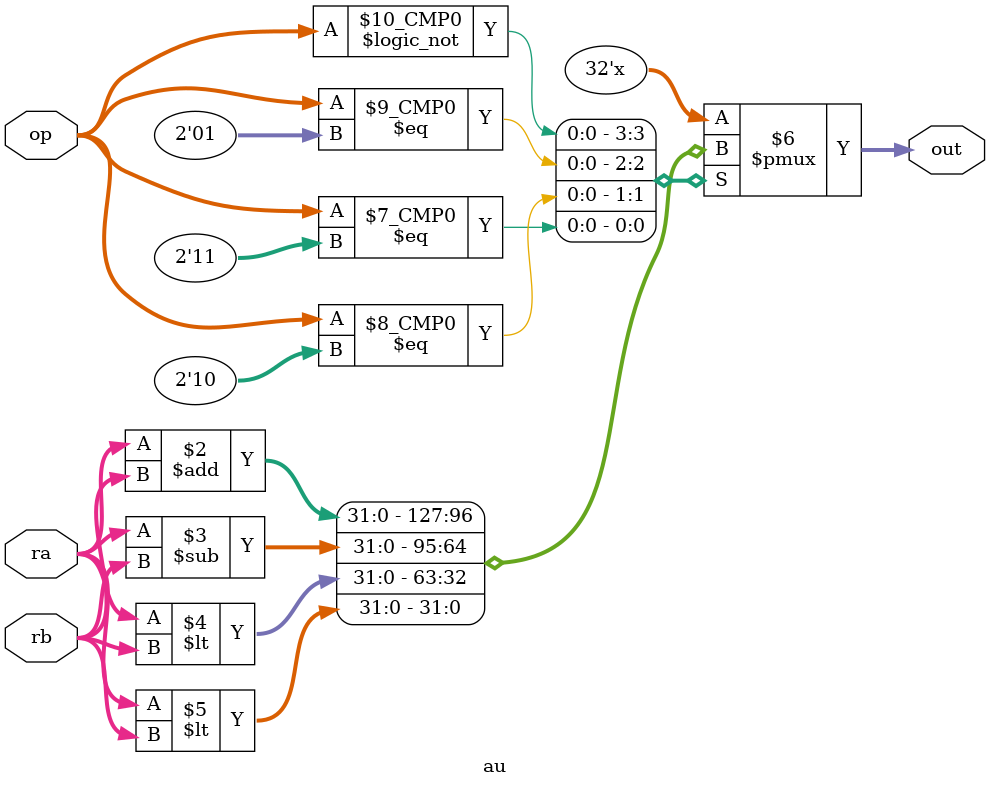
<source format=v>
module au (
  input [31:0] ra,
  input [31:0] rb,
  input [1:0] op,

  output reg [31:0] out
);

always @* begin
  case (op)
    0: out = ra + rb;
    1: out = ra - rb;
    2: out = $signed(ra) < $signed(rb);
    3: out = ra < rb;
  endcase
end

endmodule

</source>
